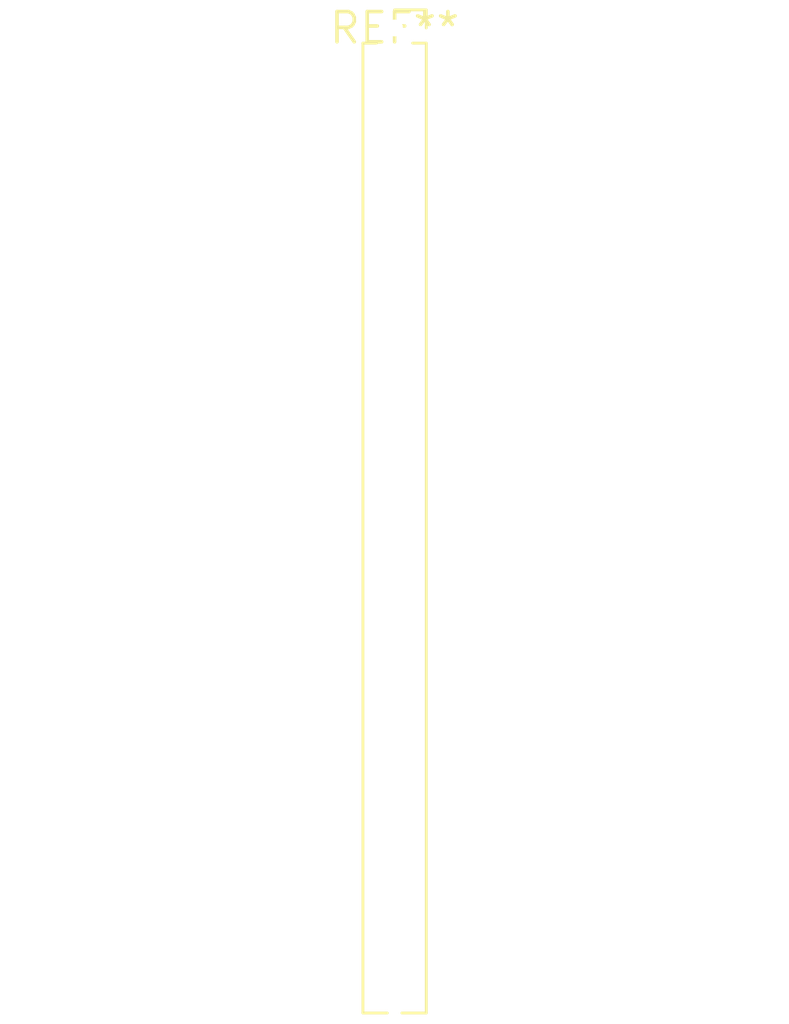
<source format=kicad_pcb>
(kicad_pcb (version 20240108) (generator pcbnew)
  (layers (0 "F.Cu" signal) (31 "B.Cu" signal) (34 "B.Paste" user) (35 "F.Paste" user) (36 "B.SilkS" user "B.Silkscreen") (37 "F.SilkS" user "F.Silkscreen") (38 "B.Mask" user) (39 "F.Mask" user) (44 "Edge.Cuts" user))
  (net 0 "")
  (footprint "PinSocket_1x33_P1.27mm_Vertical" (layer "F.Cu") (at 0 0)
    (property "Reference" "REF**")
    (property "Value" "PinSocket_1x33_P1.27mm_Vertical")
    (fp_line (start -1.33 0.635) (end -1.33 41.335) (layer "F.SilkS") (stroke (width 0.12)))
    (fp_line (start -1.33 0.635) (end -0.76 0.635) (layer "F.SilkS") (stroke (width 0.12)))
    (fp_line (start -1.33 41.335) (end -0.30753 41.335) (layer "F.SilkS") (stroke (width 0.12)))
    (fp_line (start 0 -0.76) (end 1.33 -0.76) (layer "F.SilkS") (stroke (width 0.12)))
    (fp_line (start 0.30753 41.335) (end 1.33 41.335) (layer "F.SilkS") (stroke (width 0.12)))
    (fp_line (start 0.76 0.635) (end 1.33 0.635) (layer "F.SilkS") (stroke (width 0.12)))
    (fp_line (start 1.33 -0.76) (end 1.33 0) (layer "F.SilkS") (stroke (width 0.12)))
    (fp_line (start 1.33 0.635) (end 1.33 41.335) (layer "F.SilkS") (stroke (width 0.12)))
    (pad "1" thru_hole rect (at 0 0) (size 1 1) (drill 0.7) (layers *.Cu *.Mask) (remove_unused_layers))
    (pad "2" thru_hole oval (at 0 1.27) (size 1 1) (drill 0.7) (layers *.Cu *.Mask) (remove_unused_layers))
    (pad "3" thru_hole oval (at 0 2.54) (size 1 1) (drill 0.7) (layers *.Cu *.Mask) (remove_unused_layers))
    (pad "4" thru_hole oval (at 0 3.81) (size 1 1) (drill 0.7) (layers *.Cu *.Mask) (remove_unused_layers))
    (pad "5" thru_hole oval (at 0 5.08) (size 1 1) (drill 0.7) (layers *.Cu *.Mask) (remove_unused_layers))
    (pad "6" thru_hole oval (at 0 6.35) (size 1 1) (drill 0.7) (layers *.Cu *.Mask) (remove_unused_layers))
    (pad "7" thru_hole oval (at 0 7.62) (size 1 1) (drill 0.7) (layers *.Cu *.Mask) (remove_unused_layers))
    (pad "8" thru_hole oval (at 0 8.89) (size 1 1) (drill 0.7) (layers *.Cu *.Mask) (remove_unused_layers))
    (pad "9" thru_hole oval (at 0 10.16) (size 1 1) (drill 0.7) (layers *.Cu *.Mask) (remove_unused_layers))
    (pad "10" thru_hole oval (at 0 11.43) (size 1 1) (drill 0.7) (layers *.Cu *.Mask) (remove_unused_layers))
    (pad "11" thru_hole oval (at 0 12.7) (size 1 1) (drill 0.7) (layers *.Cu *.Mask) (remove_unused_layers))
    (pad "12" thru_hole oval (at 0 13.97) (size 1 1) (drill 0.7) (layers *.Cu *.Mask) (remove_unused_layers))
    (pad "13" thru_hole oval (at 0 15.24) (size 1 1) (drill 0.7) (layers *.Cu *.Mask) (remove_unused_layers))
    (pad "14" thru_hole oval (at 0 16.51) (size 1 1) (drill 0.7) (layers *.Cu *.Mask) (remove_unused_layers))
    (pad "15" thru_hole oval (at 0 17.78) (size 1 1) (drill 0.7) (layers *.Cu *.Mask) (remove_unused_layers))
    (pad "16" thru_hole oval (at 0 19.05) (size 1 1) (drill 0.7) (layers *.Cu *.Mask) (remove_unused_layers))
    (pad "17" thru_hole oval (at 0 20.32) (size 1 1) (drill 0.7) (layers *.Cu *.Mask) (remove_unused_layers))
    (pad "18" thru_hole oval (at 0 21.59) (size 1 1) (drill 0.7) (layers *.Cu *.Mask) (remove_unused_layers))
    (pad "19" thru_hole oval (at 0 22.86) (size 1 1) (drill 0.7) (layers *.Cu *.Mask) (remove_unused_layers))
    (pad "20" thru_hole oval (at 0 24.13) (size 1 1) (drill 0.7) (layers *.Cu *.Mask) (remove_unused_layers))
    (pad "21" thru_hole oval (at 0 25.4) (size 1 1) (drill 0.7) (layers *.Cu *.Mask) (remove_unused_layers))
    (pad "22" thru_hole oval (at 0 26.67) (size 1 1) (drill 0.7) (layers *.Cu *.Mask) (remove_unused_layers))
    (pad "23" thru_hole oval (at 0 27.94) (size 1 1) (drill 0.7) (layers *.Cu *.Mask) (remove_unused_layers))
    (pad "24" thru_hole oval (at 0 29.21) (size 1 1) (drill 0.7) (layers *.Cu *.Mask) (remove_unused_layers))
    (pad "25" thru_hole oval (at 0 30.48) (size 1 1) (drill 0.7) (layers *.Cu *.Mask) (remove_unused_layers))
    (pad "26" thru_hole oval (at 0 31.75) (size 1 1) (drill 0.7) (layers *.Cu *.Mask) (remove_unused_layers))
    (pad "27" thru_hole oval (at 0 33.02) (size 1 1) (drill 0.7) (layers *.Cu *.Mask) (remove_unused_layers))
    (pad "28" thru_hole oval (at 0 34.29) (size 1 1) (drill 0.7) (layers *.Cu *.Mask) (remove_unused_layers))
    (pad "29" thru_hole oval (at 0 35.56) (size 1 1) (drill 0.7) (layers *.Cu *.Mask) (remove_unused_layers))
    (pad "30" thru_hole oval (at 0 36.83) (size 1 1) (drill 0.7) (layers *.Cu *.Mask) (remove_unused_layers))
    (pad "31" thru_hole oval (at 0 38.1) (size 1 1) (drill 0.7) (layers *.Cu *.Mask) (remove_unused_layers))
    (pad "32" thru_hole oval (at 0 39.37) (size 1 1) (drill 0.7) (layers *.Cu *.Mask) (remove_unused_layers))
    (pad "33" thru_hole oval (at 0 40.64) (size 1 1) (drill 0.7) (layers *.Cu *.Mask) (remove_unused_layers))
  )
)
</source>
